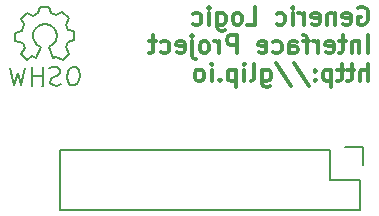
<source format=gbr>
G04 #@! TF.FileFunction,Legend,Bot*
%FSLAX46Y46*%
G04 Gerber Fmt 4.6, Leading zero omitted, Abs format (unit mm)*
G04 Created by KiCad (PCBNEW 0.201512211246+6391~39~ubuntu15.04.1-stable) date Do 31 Dez 2015 10:57:25 CET*
%MOMM*%
G01*
G04 APERTURE LIST*
%ADD10C,0.100000*%
%ADD11C,0.300000*%
%ADD12C,0.150000*%
G04 APERTURE END LIST*
D10*
D11*
X166243143Y-97180000D02*
X166386000Y-97108571D01*
X166600286Y-97108571D01*
X166814571Y-97180000D01*
X166957429Y-97322857D01*
X167028857Y-97465714D01*
X167100286Y-97751429D01*
X167100286Y-97965714D01*
X167028857Y-98251429D01*
X166957429Y-98394286D01*
X166814571Y-98537143D01*
X166600286Y-98608571D01*
X166457429Y-98608571D01*
X166243143Y-98537143D01*
X166171714Y-98465714D01*
X166171714Y-97965714D01*
X166457429Y-97965714D01*
X164957429Y-98537143D02*
X165100286Y-98608571D01*
X165386000Y-98608571D01*
X165528857Y-98537143D01*
X165600286Y-98394286D01*
X165600286Y-97822857D01*
X165528857Y-97680000D01*
X165386000Y-97608571D01*
X165100286Y-97608571D01*
X164957429Y-97680000D01*
X164886000Y-97822857D01*
X164886000Y-97965714D01*
X165600286Y-98108571D01*
X164243143Y-97608571D02*
X164243143Y-98608571D01*
X164243143Y-97751429D02*
X164171715Y-97680000D01*
X164028857Y-97608571D01*
X163814572Y-97608571D01*
X163671715Y-97680000D01*
X163600286Y-97822857D01*
X163600286Y-98608571D01*
X162314572Y-98537143D02*
X162457429Y-98608571D01*
X162743143Y-98608571D01*
X162886000Y-98537143D01*
X162957429Y-98394286D01*
X162957429Y-97822857D01*
X162886000Y-97680000D01*
X162743143Y-97608571D01*
X162457429Y-97608571D01*
X162314572Y-97680000D01*
X162243143Y-97822857D01*
X162243143Y-97965714D01*
X162957429Y-98108571D01*
X161600286Y-98608571D02*
X161600286Y-97608571D01*
X161600286Y-97894286D02*
X161528858Y-97751429D01*
X161457429Y-97680000D01*
X161314572Y-97608571D01*
X161171715Y-97608571D01*
X160671715Y-98608571D02*
X160671715Y-97608571D01*
X160671715Y-97108571D02*
X160743144Y-97180000D01*
X160671715Y-97251429D01*
X160600287Y-97180000D01*
X160671715Y-97108571D01*
X160671715Y-97251429D01*
X159314572Y-98537143D02*
X159457429Y-98608571D01*
X159743143Y-98608571D01*
X159886001Y-98537143D01*
X159957429Y-98465714D01*
X160028858Y-98322857D01*
X160028858Y-97894286D01*
X159957429Y-97751429D01*
X159886001Y-97680000D01*
X159743143Y-97608571D01*
X159457429Y-97608571D01*
X159314572Y-97680000D01*
X156814572Y-98608571D02*
X157528858Y-98608571D01*
X157528858Y-97108571D01*
X156100286Y-98608571D02*
X156243144Y-98537143D01*
X156314572Y-98465714D01*
X156386001Y-98322857D01*
X156386001Y-97894286D01*
X156314572Y-97751429D01*
X156243144Y-97680000D01*
X156100286Y-97608571D01*
X155886001Y-97608571D01*
X155743144Y-97680000D01*
X155671715Y-97751429D01*
X155600286Y-97894286D01*
X155600286Y-98322857D01*
X155671715Y-98465714D01*
X155743144Y-98537143D01*
X155886001Y-98608571D01*
X156100286Y-98608571D01*
X154314572Y-97608571D02*
X154314572Y-98822857D01*
X154386001Y-98965714D01*
X154457429Y-99037143D01*
X154600286Y-99108571D01*
X154814572Y-99108571D01*
X154957429Y-99037143D01*
X154314572Y-98537143D02*
X154457429Y-98608571D01*
X154743143Y-98608571D01*
X154886001Y-98537143D01*
X154957429Y-98465714D01*
X155028858Y-98322857D01*
X155028858Y-97894286D01*
X154957429Y-97751429D01*
X154886001Y-97680000D01*
X154743143Y-97608571D01*
X154457429Y-97608571D01*
X154314572Y-97680000D01*
X153600286Y-98608571D02*
X153600286Y-97608571D01*
X153600286Y-97108571D02*
X153671715Y-97180000D01*
X153600286Y-97251429D01*
X153528858Y-97180000D01*
X153600286Y-97108571D01*
X153600286Y-97251429D01*
X152243143Y-98537143D02*
X152386000Y-98608571D01*
X152671714Y-98608571D01*
X152814572Y-98537143D01*
X152886000Y-98465714D01*
X152957429Y-98322857D01*
X152957429Y-97894286D01*
X152886000Y-97751429D01*
X152814572Y-97680000D01*
X152671714Y-97608571D01*
X152386000Y-97608571D01*
X152243143Y-97680000D01*
X167028857Y-101008571D02*
X167028857Y-99508571D01*
X166314571Y-100008571D02*
X166314571Y-101008571D01*
X166314571Y-100151429D02*
X166243143Y-100080000D01*
X166100285Y-100008571D01*
X165886000Y-100008571D01*
X165743143Y-100080000D01*
X165671714Y-100222857D01*
X165671714Y-101008571D01*
X165171714Y-100008571D02*
X164600285Y-100008571D01*
X164957428Y-99508571D02*
X164957428Y-100794286D01*
X164886000Y-100937143D01*
X164743142Y-101008571D01*
X164600285Y-101008571D01*
X163528857Y-100937143D02*
X163671714Y-101008571D01*
X163957428Y-101008571D01*
X164100285Y-100937143D01*
X164171714Y-100794286D01*
X164171714Y-100222857D01*
X164100285Y-100080000D01*
X163957428Y-100008571D01*
X163671714Y-100008571D01*
X163528857Y-100080000D01*
X163457428Y-100222857D01*
X163457428Y-100365714D01*
X164171714Y-100508571D01*
X162814571Y-101008571D02*
X162814571Y-100008571D01*
X162814571Y-100294286D02*
X162743143Y-100151429D01*
X162671714Y-100080000D01*
X162528857Y-100008571D01*
X162386000Y-100008571D01*
X162100286Y-100008571D02*
X161528857Y-100008571D01*
X161886000Y-101008571D02*
X161886000Y-99722857D01*
X161814572Y-99580000D01*
X161671714Y-99508571D01*
X161528857Y-99508571D01*
X160386000Y-101008571D02*
X160386000Y-100222857D01*
X160457429Y-100080000D01*
X160600286Y-100008571D01*
X160886000Y-100008571D01*
X161028857Y-100080000D01*
X160386000Y-100937143D02*
X160528857Y-101008571D01*
X160886000Y-101008571D01*
X161028857Y-100937143D01*
X161100286Y-100794286D01*
X161100286Y-100651429D01*
X161028857Y-100508571D01*
X160886000Y-100437143D01*
X160528857Y-100437143D01*
X160386000Y-100365714D01*
X159028857Y-100937143D02*
X159171714Y-101008571D01*
X159457428Y-101008571D01*
X159600286Y-100937143D01*
X159671714Y-100865714D01*
X159743143Y-100722857D01*
X159743143Y-100294286D01*
X159671714Y-100151429D01*
X159600286Y-100080000D01*
X159457428Y-100008571D01*
X159171714Y-100008571D01*
X159028857Y-100080000D01*
X157814572Y-100937143D02*
X157957429Y-101008571D01*
X158243143Y-101008571D01*
X158386000Y-100937143D01*
X158457429Y-100794286D01*
X158457429Y-100222857D01*
X158386000Y-100080000D01*
X158243143Y-100008571D01*
X157957429Y-100008571D01*
X157814572Y-100080000D01*
X157743143Y-100222857D01*
X157743143Y-100365714D01*
X158457429Y-100508571D01*
X155957429Y-101008571D02*
X155957429Y-99508571D01*
X155386001Y-99508571D01*
X155243143Y-99580000D01*
X155171715Y-99651429D01*
X155100286Y-99794286D01*
X155100286Y-100008571D01*
X155171715Y-100151429D01*
X155243143Y-100222857D01*
X155386001Y-100294286D01*
X155957429Y-100294286D01*
X154457429Y-101008571D02*
X154457429Y-100008571D01*
X154457429Y-100294286D02*
X154386001Y-100151429D01*
X154314572Y-100080000D01*
X154171715Y-100008571D01*
X154028858Y-100008571D01*
X153314572Y-101008571D02*
X153457430Y-100937143D01*
X153528858Y-100865714D01*
X153600287Y-100722857D01*
X153600287Y-100294286D01*
X153528858Y-100151429D01*
X153457430Y-100080000D01*
X153314572Y-100008571D01*
X153100287Y-100008571D01*
X152957430Y-100080000D01*
X152886001Y-100151429D01*
X152814572Y-100294286D01*
X152814572Y-100722857D01*
X152886001Y-100865714D01*
X152957430Y-100937143D01*
X153100287Y-101008571D01*
X153314572Y-101008571D01*
X152171715Y-100008571D02*
X152171715Y-101294286D01*
X152243144Y-101437143D01*
X152386001Y-101508571D01*
X152457429Y-101508571D01*
X152171715Y-99508571D02*
X152243144Y-99580000D01*
X152171715Y-99651429D01*
X152100287Y-99580000D01*
X152171715Y-99508571D01*
X152171715Y-99651429D01*
X150886001Y-100937143D02*
X151028858Y-101008571D01*
X151314572Y-101008571D01*
X151457429Y-100937143D01*
X151528858Y-100794286D01*
X151528858Y-100222857D01*
X151457429Y-100080000D01*
X151314572Y-100008571D01*
X151028858Y-100008571D01*
X150886001Y-100080000D01*
X150814572Y-100222857D01*
X150814572Y-100365714D01*
X151528858Y-100508571D01*
X149528858Y-100937143D02*
X149671715Y-101008571D01*
X149957429Y-101008571D01*
X150100287Y-100937143D01*
X150171715Y-100865714D01*
X150243144Y-100722857D01*
X150243144Y-100294286D01*
X150171715Y-100151429D01*
X150100287Y-100080000D01*
X149957429Y-100008571D01*
X149671715Y-100008571D01*
X149528858Y-100080000D01*
X149100287Y-100008571D02*
X148528858Y-100008571D01*
X148886001Y-99508571D02*
X148886001Y-100794286D01*
X148814573Y-100937143D01*
X148671715Y-101008571D01*
X148528858Y-101008571D01*
X167028857Y-103408571D02*
X167028857Y-101908571D01*
X166386000Y-103408571D02*
X166386000Y-102622857D01*
X166457429Y-102480000D01*
X166600286Y-102408571D01*
X166814571Y-102408571D01*
X166957429Y-102480000D01*
X167028857Y-102551429D01*
X165886000Y-102408571D02*
X165314571Y-102408571D01*
X165671714Y-101908571D02*
X165671714Y-103194286D01*
X165600286Y-103337143D01*
X165457428Y-103408571D01*
X165314571Y-103408571D01*
X165028857Y-102408571D02*
X164457428Y-102408571D01*
X164814571Y-101908571D02*
X164814571Y-103194286D01*
X164743143Y-103337143D01*
X164600285Y-103408571D01*
X164457428Y-103408571D01*
X163957428Y-102408571D02*
X163957428Y-103908571D01*
X163957428Y-102480000D02*
X163814571Y-102408571D01*
X163528857Y-102408571D01*
X163386000Y-102480000D01*
X163314571Y-102551429D01*
X163243142Y-102694286D01*
X163243142Y-103122857D01*
X163314571Y-103265714D01*
X163386000Y-103337143D01*
X163528857Y-103408571D01*
X163814571Y-103408571D01*
X163957428Y-103337143D01*
X162600285Y-103265714D02*
X162528857Y-103337143D01*
X162600285Y-103408571D01*
X162671714Y-103337143D01*
X162600285Y-103265714D01*
X162600285Y-103408571D01*
X162600285Y-102480000D02*
X162528857Y-102551429D01*
X162600285Y-102622857D01*
X162671714Y-102551429D01*
X162600285Y-102480000D01*
X162600285Y-102622857D01*
X160814571Y-101837143D02*
X162100285Y-103765714D01*
X159243142Y-101837143D02*
X160528856Y-103765714D01*
X158100284Y-102408571D02*
X158100284Y-103622857D01*
X158171713Y-103765714D01*
X158243141Y-103837143D01*
X158385998Y-103908571D01*
X158600284Y-103908571D01*
X158743141Y-103837143D01*
X158100284Y-103337143D02*
X158243141Y-103408571D01*
X158528855Y-103408571D01*
X158671713Y-103337143D01*
X158743141Y-103265714D01*
X158814570Y-103122857D01*
X158814570Y-102694286D01*
X158743141Y-102551429D01*
X158671713Y-102480000D01*
X158528855Y-102408571D01*
X158243141Y-102408571D01*
X158100284Y-102480000D01*
X157171712Y-103408571D02*
X157314570Y-103337143D01*
X157385998Y-103194286D01*
X157385998Y-101908571D01*
X156600284Y-103408571D02*
X156600284Y-102408571D01*
X156600284Y-101908571D02*
X156671713Y-101980000D01*
X156600284Y-102051429D01*
X156528856Y-101980000D01*
X156600284Y-101908571D01*
X156600284Y-102051429D01*
X155885998Y-102408571D02*
X155885998Y-103908571D01*
X155885998Y-102480000D02*
X155743141Y-102408571D01*
X155457427Y-102408571D01*
X155314570Y-102480000D01*
X155243141Y-102551429D01*
X155171712Y-102694286D01*
X155171712Y-103122857D01*
X155243141Y-103265714D01*
X155314570Y-103337143D01*
X155457427Y-103408571D01*
X155743141Y-103408571D01*
X155885998Y-103337143D01*
X154528855Y-103265714D02*
X154457427Y-103337143D01*
X154528855Y-103408571D01*
X154600284Y-103337143D01*
X154528855Y-103265714D01*
X154528855Y-103408571D01*
X153814569Y-103408571D02*
X153814569Y-102408571D01*
X153814569Y-101908571D02*
X153885998Y-101980000D01*
X153814569Y-102051429D01*
X153743141Y-101980000D01*
X153814569Y-101908571D01*
X153814569Y-102051429D01*
X152885997Y-103408571D02*
X153028855Y-103337143D01*
X153100283Y-103265714D01*
X153171712Y-103122857D01*
X153171712Y-102694286D01*
X153100283Y-102551429D01*
X153028855Y-102480000D01*
X152885997Y-102408571D01*
X152671712Y-102408571D01*
X152528855Y-102480000D01*
X152457426Y-102551429D01*
X152385997Y-102694286D01*
X152385997Y-103122857D01*
X152457426Y-103265714D01*
X152528855Y-103337143D01*
X152671712Y-103408571D01*
X152885997Y-103408571D01*
D12*
X140970000Y-114300000D02*
X166370000Y-114300000D01*
X163830000Y-109220000D02*
X140970000Y-109220000D01*
X140970000Y-114300000D02*
X140970000Y-109220000D01*
X166370000Y-114300000D02*
X166370000Y-111760000D01*
X165100000Y-108940000D02*
X166650000Y-108940000D01*
X166370000Y-111760000D02*
X163830000Y-111760000D01*
X163830000Y-111760000D02*
X163830000Y-109220000D01*
X166650000Y-108940000D02*
X166650000Y-110490000D01*
X138031220Y-102257860D02*
X137670540Y-103728520D01*
X137670540Y-103728520D02*
X137391140Y-102666800D01*
X137391140Y-102666800D02*
X137081260Y-103738680D01*
X137081260Y-103738680D02*
X136740900Y-102288340D01*
X139451080Y-102948740D02*
X138661140Y-102938580D01*
X138661140Y-102938580D02*
X138650980Y-102948740D01*
X138650980Y-102948740D02*
X138650980Y-102938580D01*
X138610340Y-102227380D02*
X138610340Y-103769160D01*
X139499340Y-102217220D02*
X139499340Y-103786940D01*
X139499340Y-103786940D02*
X139489180Y-103776780D01*
X140050520Y-102318820D02*
X140401040Y-102237540D01*
X140401040Y-102237540D02*
X140721080Y-102227380D01*
X140721080Y-102227380D02*
X140959840Y-102428040D01*
X140959840Y-102428040D02*
X140990320Y-102697280D01*
X140990320Y-102697280D02*
X140749020Y-102938580D01*
X140749020Y-102938580D02*
X140360400Y-103068120D01*
X140360400Y-103068120D02*
X140180060Y-103228140D01*
X140180060Y-103228140D02*
X140139420Y-103527860D01*
X140139420Y-103527860D02*
X140370560Y-103748840D01*
X140370560Y-103748840D02*
X140690600Y-103776780D01*
X140690600Y-103776780D02*
X141041120Y-103667560D01*
X142079980Y-102217220D02*
X142328900Y-102237540D01*
X142328900Y-102237540D02*
X142570200Y-102478840D01*
X142570200Y-102478840D02*
X142659100Y-102969060D01*
X142659100Y-102969060D02*
X142631160Y-103317040D01*
X142631160Y-103317040D02*
X142430500Y-103637080D01*
X142430500Y-103637080D02*
X142179040Y-103759000D01*
X142179040Y-103759000D02*
X141869160Y-103687880D01*
X141869160Y-103687880D02*
X141650720Y-103507540D01*
X141650720Y-103507540D02*
X141579600Y-103047800D01*
X141579600Y-103047800D02*
X141630400Y-102638860D01*
X141630400Y-102638860D02*
X141739620Y-102356920D01*
X141739620Y-102356920D02*
X142100300Y-102227380D01*
X141480540Y-100497640D02*
X141739620Y-101058980D01*
X141739620Y-101058980D02*
X141201140Y-101577140D01*
X141201140Y-101577140D02*
X140680440Y-101307900D01*
X140680440Y-101307900D02*
X140401040Y-101467920D01*
X138960860Y-101447600D02*
X138630660Y-101257100D01*
X138630660Y-101257100D02*
X138191240Y-101587300D01*
X138191240Y-101587300D02*
X137718800Y-101097080D01*
X137718800Y-101097080D02*
X138000740Y-100617020D01*
X138000740Y-100617020D02*
X137810240Y-100147120D01*
X137810240Y-100147120D02*
X137200640Y-99959160D01*
X137200640Y-99959160D02*
X137200640Y-99278440D01*
X137200640Y-99278440D02*
X137759440Y-99138740D01*
X137759440Y-99138740D02*
X137960100Y-98567240D01*
X137960100Y-98567240D02*
X137690860Y-98097340D01*
X137690860Y-98097340D02*
X138160760Y-97586800D01*
X138160760Y-97586800D02*
X138678920Y-97848420D01*
X138678920Y-97848420D02*
X139148820Y-97647760D01*
X139148820Y-97647760D02*
X139319000Y-97106740D01*
X139319000Y-97106740D02*
X140009880Y-97088960D01*
X140009880Y-97088960D02*
X140220700Y-97637600D01*
X140220700Y-97637600D02*
X140639800Y-97807780D01*
X140639800Y-97807780D02*
X141190980Y-97538540D01*
X141190980Y-97538540D02*
X141709140Y-98066860D01*
X141709140Y-98066860D02*
X141460220Y-98607880D01*
X141460220Y-98607880D02*
X141630400Y-99087940D01*
X141630400Y-99087940D02*
X142179040Y-99187000D01*
X142179040Y-99187000D02*
X142189200Y-99888040D01*
X142189200Y-99888040D02*
X141630400Y-100088700D01*
X141630400Y-100088700D02*
X141490700Y-100487480D01*
X139349480Y-100467160D02*
X139049760Y-100317300D01*
X139049760Y-100317300D02*
X138849100Y-100119180D01*
X138849100Y-100119180D02*
X138699240Y-99717860D01*
X138699240Y-99717860D02*
X138699240Y-99319080D01*
X138699240Y-99319080D02*
X138849100Y-98968560D01*
X138849100Y-98968560D02*
X139301220Y-98618040D01*
X139301220Y-98618040D02*
X139750800Y-98567240D01*
X139750800Y-98567240D02*
X140149580Y-98668840D01*
X140149580Y-98668840D02*
X140550900Y-99016820D01*
X140550900Y-99016820D02*
X140700760Y-99468940D01*
X140700760Y-99468940D02*
X140649960Y-99966780D01*
X140649960Y-99966780D02*
X140401040Y-100269040D01*
X140401040Y-100269040D02*
X140050520Y-100467160D01*
X140050520Y-100467160D02*
X140401040Y-101467920D01*
X139349480Y-100467160D02*
X138950700Y-101467920D01*
M02*

</source>
